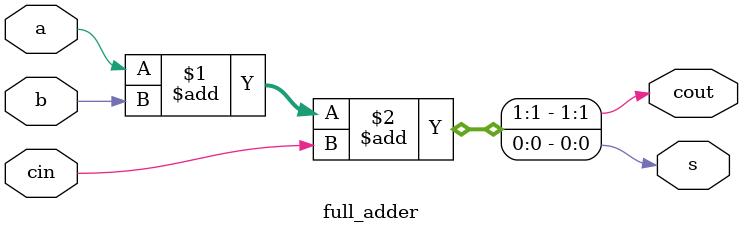
<source format=sv>
module top_module (
    input [3:0] x,
    input [3:0] y,
    output [4:0] sum
);

    wire [3:0] c; // Carry Outputs
    wire [3:0] s; // Sum Outputs
    wire cout; // Overflow Bit

    assign cout = c[3]; // The overflow bit is the carry-out from the last adder stage

    // Full Adders
    full_adder fa0(x[0], y[0], 1'b0, c[0], s[0]);
    full_adder fa1(x[1], y[1], c[0], c[1], s[1]);
    full_adder fa2(x[2], y[2], c[1], c[2], s[2]);
    full_adder fa3(x[3], y[3], c[2], c[3], s[3]);

    assign sum = {cout, s[3:0]};

endmodule
module full_adder (
    input a,
    input b,
    input cin,
    output [1:0] cout,
    output s
);
    assign {cout[1], s} = a + b + cin;
endmodule

</source>
